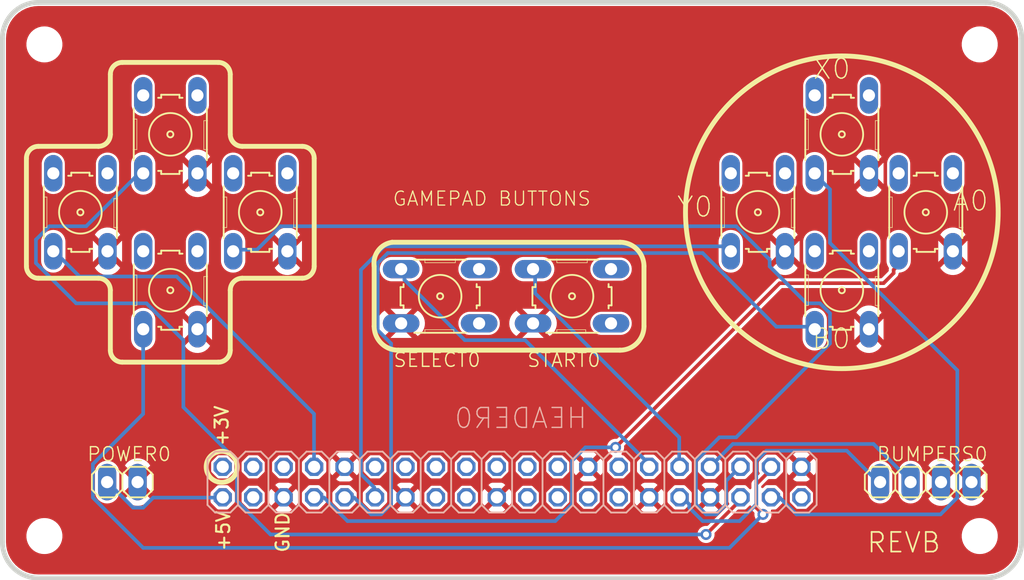
<source format=kicad_pcb>
(kicad_pcb (version 20221018) (generator pcbnew)
  (layers (0 "F.Cu" signal) (31 "B.Cu" signal) (34 "B.Paste" user) (35 "F.Paste" user) (36 "B.SilkS" user "B.Silkscreen") (37 "F.SilkS" user "F.Silkscreen") (38 "B.Mask" user) (39 "F.Mask" user) (44 "Edge.Cuts" user))
  (net 0 "")
  (net 1 "N$1")
  (net 2 "N$3")
  (net 3 "N$10")
  (net 4 "GND")
  (net 5 "N$9")
  (net 6 "+5V")
  (net 7 "N$12")
  (net 8 "N$13")
  (net 9 "N$2")
  (net 10 "N$4")
  (net 11 "N$5")
  (net 12 "N$6")
  (net 13 "N$7")
  (net 14 "N$8")
  (footprint "" (layer "F.Cu") (at 187.5011 125.5036)
    (fp_text reference "@HOLE2" hide)
    (fp_text value "" (at 0 0) (layer "F.SilkS") (effects (font (size 1.27 1.27))))
    (pad "" np_thru_hole circle (at 0 0) (size 2.5 2.5) (drill 2.5) (layers "*.Cu" "*.Mask"))
  )
  (footprint "working:B3F-10XX" (layer "F.Cu") (at 112.5011 98.5036 90)
    (fp_text reference "LEFT0" hide)
    (fp_text value "")
    (pad "1" thru_hole oval (at -3.2512 -2.2606 90) (size 3.048 1.524) (drill 1.016) (layers "*.Cu" "*.Mask") (net 1 "N$1"))
    (pad "2" thru_hole oval (at 3.2512 -2.2606 90) (size 3.048 1.524) (drill 1.016) (layers "*.Cu" "*.Mask"))
    (pad "3" thru_hole oval (at -3.2512 2.2606 90) (size 3.048 1.524) (drill 1.016) (layers "*.Cu" "*.Mask") (net 4 "GND"))
    (pad "4" thru_hole oval (at 3.2512 2.2606 90) (size 3.048 1.524) (drill 1.016) (layers "*.Cu" "*.Mask"))
  )
  (footprint "working:B3F-10XX" (layer "F.Cu") (at 153.5011 105.5036)
    (fp_text reference "START0" (at 2.452 5.317) (layer "F.SilkS") (effects (font (size 1.1557 1.1557) (thickness 0.1143)) (justify right)))
    (fp_text value "")
    (pad "1" thru_hole oval (at -3.2512 -2.2606) (size 3.048 1.524) (drill 1.016) (layers "*.Cu" "*.Mask") (net 3 "N$10"))
    (pad "2" thru_hole oval (at 3.2512 -2.2606) (size 3.048 1.524) (drill 1.016) (layers "*.Cu" "*.Mask"))
    (pad "3" thru_hole oval (at -3.2512 2.2606) (size 3.048 1.524) (drill 1.016) (layers "*.Cu" "*.Mask") (net 4 "GND"))
    (pad "4" thru_hole oval (at 3.2512 2.2606) (size 3.048 1.524) (drill 1.016) (layers "*.Cu" "*.Mask"))
  )
  (footprint "working:B3F-10XX" (layer "F.Cu") (at 142.5011 105.5036)
    (fp_text reference "SELECT0" (at 3.452 5.317) (layer "F.SilkS") (effects (font (size 1.1557 1.1557) (thickness 0.1143)) (justify right)))
    (fp_text value "")
    (pad "1" thru_hole oval (at -3.2512 -2.2606) (size 3.048 1.524) (drill 1.016) (layers "*.Cu" "*.Mask") (net 5 "N$9"))
    (pad "2" thru_hole oval (at 3.2512 -2.2606) (size 3.048 1.524) (drill 1.016) (layers "*.Cu" "*.Mask"))
    (pad "3" thru_hole oval (at -3.2512 2.2606) (size 3.048 1.524) (drill 1.016) (layers "*.Cu" "*.Mask") (net 4 "GND"))
    (pad "4" thru_hole oval (at 3.2512 2.2606) (size 3.048 1.524) (drill 1.016) (layers "*.Cu" "*.Mask"))
  )
  (footprint "working:1X04" (layer "F.Cu") (at 183.0011 121.0036)
    (fp_text reference "BUMPERS0" (at -4.1562 -2.3288) (layer "F.SilkS") (effects (font (size 1.1557 1.1557) (thickness 0.1143)) (justify left)))
    (fp_text value "")
    (pad "1" thru_hole oval (at -3.81 0 90) (size 3.048 1.524) (drill 1.016) (layers "*.Cu" "*.Mask") (net 7 "N$12"))
    (pad "2" thru_hole oval (at -1.27 0 90) (size 3.048 1.524) (drill 1.016) (layers "*.Cu" "*.Mask") (net 8 "N$13"))
    (pad "3" thru_hole oval (at 1.27 0 90) (size 3.048 1.524) (drill 1.016) (layers "*.Cu" "*.Mask") (net 4 "GND"))
    (pad "4" thru_hole oval (at 3.81 0 90) (size 3.048 1.524) (drill 1.016) (layers "*.Cu" "*.Mask") (net 4 "GND"))
  )
  (footprint "working:B3F-10XX" (layer "F.Cu") (at 120.0011 105.0036 90)
    (fp_text reference "DOWN0" hide)
    (fp_text value "")
    (pad "1" thru_hole oval (at -3.2512 -2.2606 90) (size 3.048 1.524) (drill 1.016) (layers "*.Cu" "*.Mask") (net 11 "N$5"))
    (pad "2" thru_hole oval (at 3.2512 -2.2606 90) (size 3.048 1.524) (drill 1.016) (layers "*.Cu" "*.Mask"))
    (pad "3" thru_hole oval (at -3.2512 2.2606 90) (size 3.048 1.524) (drill 1.016) (layers "*.Cu" "*.Mask") (net 4 "GND"))
    (pad "4" thru_hole oval (at 3.2512 2.2606 90) (size 3.048 1.524) (drill 1.016) (layers "*.Cu" "*.Mask"))
  )
  (footprint "" (layer "F.Cu") (at 109.5011 84.5036)
    (fp_text reference "@HOLE0" hide)
    (fp_text value "" (at 0 0) (layer "F.SilkS") (effects (font (size 1.27 1.27))))
    (pad "" np_thru_hole circle (at 0 0) (size 2.5 2.5) (drill 2.5) (layers "*.Cu" "*.Mask"))
  )
  (footprint "working:B3F-10XX" (layer "F.Cu") (at 176.0011 105.0036 90)
    (fp_text reference "B0" (at -4.048 0.817) (layer "F.SilkS") (effects (font (size 1.6637 1.6637) (thickness 0.1143)) (justify right)))
    (fp_text value "")
    (pad "1" thru_hole oval (at -3.2512 -2.2606 90) (size 3.048 1.524) (drill 1.016) (layers "*.Cu" "*.Mask") (net 14 "N$8"))
    (pad "2" thru_hole oval (at 3.2512 -2.2606 90) (size 3.048 1.524) (drill 1.016) (layers "*.Cu" "*.Mask"))
    (pad "3" thru_hole oval (at -3.2512 2.2606 90) (size 3.048 1.524) (drill 1.016) (layers "*.Cu" "*.Mask") (net 4 "GND"))
    (pad "4" thru_hole oval (at 3.2512 2.2606 90) (size 3.048 1.524) (drill 1.016) (layers "*.Cu" "*.Mask"))
  )
  (footprint "" (layer "F.Cu") (at 109.5011 125.5036)
    (fp_text reference "@HOLE1" hide)
    (fp_text value "" (at 0 0) (layer "F.SilkS") (effects (font (size 1.27 1.27))))
    (pad "" np_thru_hole circle (at 0 0) (size 2.5 2.5) (drill 2.5) (layers "*.Cu" "*.Mask"))
  )
  (footprint "working:B3F-10XX" (layer "F.Cu") (at 183.0011 98.5036 90)
    (fp_text reference "A0" (at 0.952 5.317) (layer "F.SilkS") (effects (font (size 1.6637 1.6637) (thickness 0.1143)) (justify right)))
    (fp_text value "")
    (pad "1" thru_hole oval (at -3.2512 -2.2606 90) (size 3.048 1.524) (drill 1.016) (layers "*.Cu" "*.Mask") (net 13 "N$7"))
    (pad "2" thru_hole oval (at 3.2512 -2.2606 90) (size 3.048 1.524) (drill 1.016) (layers "*.Cu" "*.Mask"))
    (pad "3" thru_hole oval (at -3.2512 2.2606 90) (size 3.048 1.524) (drill 1.016) (layers "*.Cu" "*.Mask") (net 4 "GND"))
    (pad "4" thru_hole oval (at 3.2512 2.2606 90) (size 3.048 1.524) (drill 1.016) (layers "*.Cu" "*.Mask"))
  )
  (footprint "working:B3F-10XX" (layer "F.Cu") (at 127.5011 98.5036 90)
    (fp_text reference "RIGHT0" hide)
    (fp_text value "")
    (pad "1" thru_hole oval (at -3.2512 -2.2606 90) (size 3.048 1.524) (drill 1.016) (layers "*.Cu" "*.Mask") (net 10 "N$4"))
    (pad "2" thru_hole oval (at 3.2512 -2.2606 90) (size 3.048 1.524) (drill 1.016) (layers "*.Cu" "*.Mask"))
    (pad "3" thru_hole oval (at -3.2512 2.2606 90) (size 3.048 1.524) (drill 1.016) (layers "*.Cu" "*.Mask") (net 4 "GND"))
    (pad "4" thru_hole oval (at 3.2512 2.2606 90) (size 3.048 1.524) (drill 1.016) (layers "*.Cu" "*.Mask"))
  )
  (footprint "working:B3F-10XX" (layer "F.Cu") (at 169.0011 98.5036 90)
    (fp_text reference "Y0" (at 0.452 -3.683) (layer "F.SilkS") (effects (font (size 1.6637 1.6637) (thickness 0.1143)) (justify right)))
    (fp_text value "")
    (pad "1" thru_hole oval (at -3.2512 -2.2606 90) (size 3.048 1.524) (drill 1.016) (layers "*.Cu" "*.Mask") (net 2 "N$3"))
    (pad "2" thru_hole oval (at 3.2512 -2.2606 90) (size 3.048 1.524) (drill 1.016) (layers "*.Cu" "*.Mask"))
    (pad "3" thru_hole oval (at -3.2512 2.2606 90) (size 3.048 1.524) (drill 1.016) (layers "*.Cu" "*.Mask") (net 4 "GND"))
    (pad "4" thru_hole oval (at 3.2512 2.2606 90) (size 3.048 1.524) (drill 1.016) (layers "*.Cu" "*.Mask"))
  )
  (footprint "working:B3F-10XX" (layer "F.Cu") (at 176.0011 92.0036 90)
    (fp_text reference "X0" (at 5.452 0.817) (layer "F.SilkS") (effects (font (size 1.6637 1.6637) (thickness 0.1143)) (justify right)))
    (fp_text value "")
    (pad "1" thru_hole oval (at -3.2512 -2.2606 90) (size 3.048 1.524) (drill 1.016) (layers "*.Cu" "*.Mask") (net 12 "N$6"))
    (pad "2" thru_hole oval (at 3.2512 -2.2606 90) (size 3.048 1.524) (drill 1.016) (layers "*.Cu" "*.Mask"))
    (pad "3" thru_hole oval (at -3.2512 2.2606 90) (size 3.048 1.524) (drill 1.016) (layers "*.Cu" "*.Mask") (net 4 "GND"))
    (pad "4" thru_hole oval (at 3.2512 2.2606 90) (size 3.048 1.524) (drill 1.016) (layers "*.Cu" "*.Mask"))
  )
  (footprint "" (layer "F.Cu") (at 187.5011 84.5036)
    (fp_text reference "@HOLE3" hide)
    (fp_text value "" (at 0 0) (layer "F.SilkS") (effects (font (size 1.27 1.27))))
    (pad "" np_thru_hole circle (at 0 0) (size 2.5 2.5) (drill 2.5) (layers "*.Cu" "*.Mask"))
  )
  (footprint "working:1X02" (layer "F.Cu") (at 116.0011 121.0036)
    (fp_text reference "POWER0" (at -3.0066 -2.3288) (layer "F.SilkS") (effects (font (size 1.1557 1.1557) (thickness 0.1143)) (justify left)))
    (fp_text value "5V GND")
    (pad "1" thru_hole oval (at -1.27 0 90) (size 3.048 1.524) (drill 1.016) (layers "*.Cu" "*.Mask") (net 6 "+5V"))
    (pad "2" thru_hole oval (at 1.27 0 90) (size 3.048 1.524) (drill 1.016) (layers "*.Cu" "*.Mask") (net 4 "GND"))
  )
  (footprint "working:B3F-10XX" (layer "F.Cu") (at 120.0011 92.0036 90)
    (fp_text reference "UP0" hide)
    (fp_text value "")
    (pad "1" thru_hole oval (at -3.2512 -2.2606 90) (size 3.048 1.524) (drill 1.016) (layers "*.Cu" "*.Mask") (net 9 "N$2"))
    (pad "2" thru_hole oval (at 3.2512 -2.2606 90) (size 3.048 1.524) (drill 1.016) (layers "*.Cu" "*.Mask"))
    (pad "3" thru_hole oval (at -3.2512 2.2606 90) (size 3.048 1.524) (drill 1.016) (layers "*.Cu" "*.Mask") (net 4 "GND"))
    (pad "4" thru_hole oval (at 3.2512 2.2606 90) (size 3.048 1.524) (drill 1.016) (layers "*.Cu" "*.Mask"))
  )
  (footprint "working:2X20" (layer "B.Cu") (at 148.5011 121.0036)
    (fp_text reference "HEADER0" (at -4.9 -5.325) (layer "B.SilkS") (effects (font (size 1.6637 1.6637) (thickness 0.1143)) (justify right mirror)))
    (fp_text value "")
    (pad "1" thru_hole roundrect (at -24.13 -1.27) (size 1.524 1.524) (drill 1.016) (layers "*.Cu" "*.Mask") (chamfer_ratio 0.2928932188) (chamfer top_left top_right bottom_left bottom_right))
    (pad "2" thru_hole roundrect (at -24.13 1.27) (size 1.524 1.524) (drill 1.016) (layers "*.Cu" "*.Mask") (chamfer_ratio 0.2928932188) (chamfer top_left top_right bottom_left bottom_right) (net 6 "+5V"))
    (pad "3" thru_hole roundrect (at -21.59 -1.27) (size 1.524 1.524) (drill 1.016) (layers "*.Cu" "*.Mask") (chamfer_ratio 0.2928932188) (chamfer top_left top_right bottom_left bottom_right))
    (pad "4" thru_hole roundrect (at -21.59 1.27) (size 1.524 1.524) (drill 1.016) (layers "*.Cu" "*.Mask") (chamfer_ratio 0.2928932188) (chamfer top_left top_right bottom_left bottom_right))
    (pad "5" thru_hole roundrect (at -19.05 -1.27) (size 1.524 1.524) (drill 1.016) (layers "*.Cu" "*.Mask") (chamfer_ratio 0.2928932188) (chamfer top_left top_right bottom_left bottom_right))
    (pad "6" thru_hole roundrect (at -19.05 1.27) (size 1.524 1.524) (drill 1.016) (layers "*.Cu" "*.Mask") (chamfer_ratio 0.2928932188) (chamfer top_left top_right bottom_left bottom_right) (net 4 "GND"))
    (pad "7" thru_hole roundrect (at -16.51 -1.27) (size 1.524 1.524) (drill 1.016) (layers "*.Cu" "*.Mask") (chamfer_ratio 0.2928932188) (chamfer top_left top_right bottom_left bottom_right) (net 1 "N$1"))
    (pad "8" thru_hole roundrect (at -16.51 1.27) (size 1.524 1.524) (drill 1.016) (layers "*.Cu" "*.Mask") (chamfer_ratio 0.2928932188) (chamfer top_left top_right bottom_left bottom_right) (net 13 "N$7"))
    (pad "9" thru_hole roundrect (at -13.97 -1.27) (size 1.524 1.524) (drill 1.016) (layers "*.Cu" "*.Mask") (chamfer_ratio 0.2928932188) (chamfer top_left top_right bottom_left bottom_right) (net 4 "GND"))
    (pad "10" thru_hole roundrect (at -13.97 1.27) (size 1.524 1.524) (drill 1.016) (layers "*.Cu" "*.Mask") (chamfer_ratio 0.2928932188) (chamfer top_left top_right bottom_left bottom_right) (net 14 "N$8"))
    (pad "11" thru_hole roundrect (at -11.43 -1.27) (size 1.524 1.524) (drill 1.016) (layers "*.Cu" "*.Mask") (chamfer_ratio 0.2928932188) (chamfer top_left top_right bottom_left bottom_right))
    (pad "12" thru_hole roundrect (at -11.43 1.27) (size 1.524 1.524) (drill 1.016) (layers "*.Cu" "*.Mask") (chamfer_ratio 0.2928932188) (chamfer top_left top_right bottom_left bottom_right) (net 2 "N$3"))
    (pad "13" thru_hole roundrect (at -8.89 -1.27) (size 1.524 1.524) (drill 1.016) (layers "*.Cu" "*.Mask") (chamfer_ratio 0.2928932188) (chamfer top_left top_right bottom_left bottom_right))
    (pad "14" thru_hole roundrect (at -8.89 1.27) (size 1.524 1.524) (drill 1.016) (layers "*.Cu" "*.Mask") (chamfer_ratio 0.2928932188) (chamfer top_left top_right bottom_left bottom_right) (net 4 "GND"))
    (pad "15" thru_hole roundrect (at -6.35 -1.27) (size 1.524 1.524) (drill 1.016) (layers "*.Cu" "*.Mask") (chamfer_ratio 0.2928932188) (chamfer top_left top_right bottom_left bottom_right))
    (pad "16" thru_hole roundrect (at -6.35 1.27) (size 1.524 1.524) (drill 1.016) (layers "*.Cu" "*.Mask") (chamfer_ratio 0.2928932188) (chamfer top_left top_right bottom_left bottom_right))
    (pad "17" thru_hole roundrect (at -3.81 -1.27) (size 1.524 1.524) (drill 1.016) (layers "*.Cu" "*.Mask") (chamfer_ratio 0.2928932188) (chamfer top_left top_right bottom_left bottom_right))
    (pad "18" thru_hole roundrect (at -3.81 1.27) (size 1.524 1.524) (drill 1.016) (layers "*.Cu" "*.Mask") (chamfer_ratio 0.2928932188) (chamfer top_left top_right bottom_left bottom_right))
    (pad "19" thru_hole roundrect (at -1.27 -1.27) (size 1.524 1.524) (drill 1.016) (layers "*.Cu" "*.Mask") (chamfer_ratio 0.2928932188) (chamfer top_left top_right bottom_left bottom_right))
    (pad "20" thru_hole roundrect (at -1.27 1.27) (size 1.524 1.524) (drill 1.016) (layers "*.Cu" "*.Mask") (chamfer_ratio 0.2928932188) (chamfer top_left top_right bottom_left bottom_right) (net 4 "GND"))
    (pad "21" thru_hole roundrect (at 1.27 -1.27) (size 1.524 1.524) (drill 1.016) (layers "*.Cu" "*.Mask") (chamfer_ratio 0.2928932188) (chamfer top_left top_right bottom_left bottom_right))
    (pad "22" thru_hole roundrect (at 1.27 1.27) (size 1.524 1.524) (drill 1.016) (layers "*.Cu" "*.Mask") (chamfer_ratio 0.2928932188) (chamfer top_left top_right bottom_left bottom_right))
    (pad "23" thru_hole roundrect (at 3.81 -1.27) (size 1.524 1.524) (drill 1.016) (layers "*.Cu" "*.Mask") (chamfer_ratio 0.2928932188) (chamfer top_left top_right bottom_left bottom_right))
    (pad "24" thru_hole roundrect (at 3.81 1.27) (size 1.524 1.524) (drill 1.016) (layers "*.Cu" "*.Mask") (chamfer_ratio 0.2928932188) (chamfer top_left top_right bottom_left bottom_right))
    (pad "25" thru_hole roundrect (at 6.35 -1.27) (size 1.524 1.524) (drill 1.016) (layers "*.Cu" "*.Mask") (chamfer_ratio 0.2928932188) (chamfer top_left top_right bottom_left bottom_right) (net 4 "GND"))
    (pad "26" thru_hole roundrect (at 6.35 1.27) (size 1.524 1.524) (drill 1.016) (layers "*.Cu" "*.Mask") (chamfer_ratio 0.2928932188) (chamfer top_left top_right bottom_left bottom_right))
    (pad "27" thru_hole roundrect (at 8.89 -1.27) (size 1.524 1.524) (drill 1.016) (layers "*.Cu" "*.Mask") (chamfer_ratio 0.2928932188) (chamfer top_left top_right bottom_left bottom_right))
    (pad "28" thru_hole roundrect (at 8.89 1.27) (size 1.524 1.524) (drill 1.016) (layers "*.Cu" "*.Mask") (chamfer_ratio 0.2928932188) (chamfer top_left top_right bottom_left bottom_right))
    (pad "29" thru_hole roundrect (at 11.43 -1.27) (size 1.524 1.524) (drill 1.016) (layers "*.Cu" "*.Mask") (chamfer_ratio 0.2928932188) (chamfer top_left top_right bottom_left bottom_right) (net 5 "N$9"))
    (pad "30" thru_hole roundrect (at 11.43 1.27) (size 1.524 1.524) (drill 1.016) (layers "*.Cu" "*.Mask") (chamfer_ratio 0.2928932188) (chamfer top_left top_right bottom_left bottom_right) (net 4 "GND"))
    (pad "31" thru_hole roundrect (at 13.97 -1.27) (size 1.524 1.524) (drill 1.016) (layers "*.Cu" "*.Mask") (chamfer_ratio 0.2928932188) (chamfer top_left top_right bottom_left bottom_right) (net 3 "N$10"))
    (pad "32" thru_hole roundrect (at 13.97 1.27) (size 1.524 1.524) (drill 1.016) (layers "*.Cu" "*.Mask") (chamfer_ratio 0.2928932188) (chamfer top_left top_right bottom_left bottom_right) (net 7 "N$12"))
    (pad "33" thru_hole roundrect (at 16.51 -1.27) (size 1.524 1.524) (drill 1.016) (layers "*.Cu" "*.Mask") (chamfer_ratio 0.2928932188) (chamfer top_left top_right bottom_left bottom_right) (net 8 "N$13"))
    (pad "34" thru_hole roundrect (at 16.51 1.27) (size 1.524 1.524) (drill 1.016) (layers "*.Cu" "*.Mask") (chamfer_ratio 0.2928932188) (chamfer top_left top_right bottom_left bottom_right) (net 4 "GND"))
    (pad "35" thru_hole roundrect (at 19.05 -1.27) (size 1.524 1.524) (drill 1.016) (layers "*.Cu" "*.Mask") (chamfer_ratio 0.2928932188) (chamfer top_left top_right bottom_left bottom_right) (net 10 "N$4"))
    (pad "36" thru_hole roundrect (at 19.05 1.27) (size 1.524 1.524) (drill 1.016) (layers "*.Cu" "*.Mask") (chamfer_ratio 0.2928932188) (chamfer top_left top_right bottom_left bottom_right) (net 9 "N$2"))
    (pad "37" thru_hole roundrect (at 21.59 -1.27) (size 1.524 1.524) (drill 1.016) (layers "*.Cu" "*.Mask") (chamfer_ratio 0.2928932188) (chamfer top_left top_right bottom_left bottom_right) (net 11 "N$5"))
    (pad "38" thru_hole roundrect (at 21.59 1.27) (size 1.524 1.524) (drill 1.016) (layers "*.Cu" "*.Mask") (chamfer_ratio 0.2928932188) (chamfer top_left top_right bottom_left bottom_right) (net 12 "N$6"))
    (pad "39" thru_hole roundrect (at 24.13 -1.27) (size 1.524 1.524) (drill 1.016) (layers "*.Cu" "*.Mask") (chamfer_ratio 0.2928932188) (chamfer top_left top_right bottom_left bottom_right) (net 4 "GND"))
    (pad "40" thru_hole roundrect (at 24.13 1.27) (size 1.524 1.524) (drill 1.016) (layers "*.Cu" "*.Mask") (chamfer_ratio 0.2928932188) (chamfer top_left top_right bottom_left bottom_right))
  )
  (gr_arc (start 109.0011 104.0036) (mid 108.293993 103.710707) (end 108.0011 103.0036) (stroke (width 0.4064)) (layer "F.SilkS"))
  (gr_circle (center 124.2891 119.7326) (end 125.58425 119.7326) (stroke (width 0.4064)) (fill none) (layer "F.SilkS"))
  (gr_arc (start 126.0011 93.0036) (mid 125.293993 92.710707) (end 125.0011 92.0036) (stroke (width 0.4064)) (layer "F.SilkS"))
  (gr_arc (start 137.0011 103.0036) (mid 137.336886 101.69294) (end 138.5011 101.0036) (stroke (width 0.4064)) (layer "F.SilkS"))
  (gr_line (start 114.0011 93.0036) (end 109.0011 93.0036) (stroke (width 0.4064)) (layer "F.SilkS"))
  (gr_arc (start 132.0011 103.0036) (mid 131.708207 103.710707) (end 131.0011 104.0036) (stroke (width 0.4064)) (layer "F.SilkS"))
  (gr_arc (start 125.0011 110.0036) (mid 124.708207 110.710707) (end 124.0011 111.0036) (stroke (width 0.4064)) (layer "F.SilkS"))
  (gr_line (start 126.0011 93.0036) (end 131.0011 93.0036) (stroke (width 0.4064)) (layer "F.SilkS"))
  (gr_circle (center 176.0011 98.5036) (end 189.039503 98.5036) (stroke (width 0.4064)) (fill none) (layer "F.SilkS"))
  (gr_arc (start 108.0011 94.0036) (mid 108.293993 93.296493) (end 109.0011 93.0036) (stroke (width 0.4064)) (layer "F.SilkS"))
  (gr_arc (start 124.0011 86.0036) (mid 124.708207 86.296493) (end 125.0011 87.0036) (stroke (width 0.4064)) (layer "F.SilkS"))
  (gr_line (start 132.0011 94.0036) (end 132.0011 103.0036) (stroke (width 0.4064)) (layer "F.SilkS"))
  (gr_arc (start 116.0011 111.0036) (mid 115.293993 110.710707) (end 115.0011 110.0036) (stroke (width 0.4064)) (layer "F.SilkS"))
  (gr_arc (start 157.5011 101.0036) (mid 158.915314 101.589386) (end 159.5011 103.0036) (stroke (width 0.4064)) (layer "F.SilkS"))
  (gr_line (start 131.0011 104.0036) (end 126.0011 104.0036) (stroke (width 0.4064)) (layer "F.SilkS"))
  (gr_line (start 157.5011 110.0036) (end 139.0011 110.0036) (stroke (width 0.4064)) (layer "F.SilkS"))
  (gr_line (start 137.0011 108.0036) (end 137.0011 103.0036) (stroke (width 0.4064)) (layer "F.SilkS"))
  (gr_line (start 138.5011 101.0036) (end 157.5011 101.0036) (stroke (width 0.4064)) (layer "F.SilkS"))
  (gr_line (start 115.0011 87.0036) (end 115.0011 92.0036) (stroke (width 0.4064)) (layer "F.SilkS"))
  (gr_arc (start 115.0011 92.0036) (mid 114.708207 92.710707) (end 114.0011 93.0036) (stroke (width 0.4064)) (layer "F.SilkS"))
  (gr_line (start 159.5011 103.0036) (end 159.5011 108.0036) (stroke (width 0.4064)) (layer "F.SilkS"))
  (gr_line (start 109.0011 104.0036) (end 114.0011 104.0036) (stroke (width 0.4064)) (layer "F.SilkS"))
  (gr_line (start 125.0011 105.0036) (end 125.0011 110.0036) (stroke (width 0.4064)) (layer "F.SilkS"))
  (gr_arc (start 125.0011 105.0036) (mid 125.293993 104.296493) (end 126.0011 104.0036) (stroke (width 0.4064)) (layer "F.SilkS"))
  (gr_arc (start 114.0011 104.0036) (mid 114.708207 104.296493) (end 115.0011 105.0036) (stroke (width 0.4064)) (layer "F.SilkS"))
  (gr_arc (start 139.0011 110.0036) (mid 137.586886 109.417814) (end 137.0011 108.0036) (stroke (width 0.4064)) (layer "F.SilkS"))
  (gr_arc (start 115.0011 87.0036) (mid 115.293993 86.296493) (end 116.0011 86.0036) (stroke (width 0.4064)) (layer "F.SilkS"))
  (gr_line (start 116.0011 86.0036) (end 124.0011 86.0036) (stroke (width 0.4064)) (layer "F.SilkS"))
  (gr_line (start 125.0011 87.0036) (end 125.0011 92.0036) (stroke (width 0.4064)) (layer "F.SilkS"))
  (gr_line (start 108.0011 94.0036) (end 108.0011 103.0036) (stroke (width 0.4064)) (layer "F.SilkS"))
  (gr_arc (start 131.0011 93.0036) (mid 131.708207 93.296493) (end 132.0011 94.0036) (stroke (width 0.4064)) (layer "F.SilkS"))
  (gr_line (start 116.0011 111.0036) (end 124.0011 111.0036) (stroke (width 0.4064)) (layer "F.SilkS"))
  (gr_line (start 115.0011 105.0036) (end 115.0011 110.0036) (stroke (width 0.4064)) (layer "F.SilkS"))
  (gr_arc (start 159.5011 108.0036) (mid 158.915314 109.417814) (end 157.5011 110.0036) (stroke (width 0.4064)) (layer "F.SilkS"))
  (gr_line (start 109.0011 81.0036) (end 188.0011 81.0036) (stroke (width 0.4064)) (layer "Edge.Cuts"))
  (gr_arc (start 188.0011 81.0036) (mid 190.12242 81.88228) (end 191.0011 84.0036) (stroke (width 0.4064)) (layer "Edge.Cuts"))
  (gr_arc (start 191.0011 126.0036) (mid 190.12242 128.12492) (end 188.0011 129.0036) (stroke (width 0.4064)) (layer "Edge.Cuts"))
  (gr_line (start 106.0011 126.0036) (end 106.0011 84.0036) (stroke (width 0.4064)) (layer "Edge.Cuts"))
  (gr_line (start 188.0011 129.0036) (end 109.0011 129.0036) (stroke (width 0.4064)) (layer "Edge.Cuts"))
  (gr_line (start 191.0011 84.0036) (end 191.0011 126.0036) (stroke (width 0.4064)) (layer "Edge.Cuts"))
  (gr_arc (start 109.0011 129.0036) (mid 106.87978 128.12492) (end 106.0011 126.0036) (stroke (width 0.4064)) (layer "Edge.Cuts"))
  (gr_arc (start 106.0011 84.0036) (mid 106.87978 81.88228) (end 109.0011 81.0036) (stroke (width 0.4064)) (layer "Edge.Cuts"))
  (gr_text "REVB" (at 178.0011 127.0036) (layer "F.SilkS") (effects (font (size 1.63576 1.63576) (thickness 0.14224)) (justify left bottom)))
  (gr_text "+5V" (at 124.4161 125.0666 90) (layer "F.SilkS") (effects (font (size 1.0922 1.0922) (thickness 0.1778))))
  (gr_text "+3V" (at 124.2891 116.3036 90) (layer "F.SilkS") (effects (font (size 1.0922 1.0922) (thickness 0.1778))))
  (gr_text "GAMEPAD BUTTONS" (at 138.4811 98.05) (layer "F.SilkS") (effects (font (size 1.1684 1.1684) (thickness 0.1016)) (justify left bottom)))
  (gr_text "GND" (at 129.3691 125.1936 90) (layer "F.SilkS") (effects (font (size 1.0922 1.0922) (thickness 0.1778))))
  (segment (start 112.4273 103.8576) (end 120.5299 103.8576) (width 0.3048) (layer "B.Cu") (net 1))
  (segment (start 120.5299 103.8576) (end 131.9853 115.313) (width 0.3048) (layer "B.Cu") (net 1))
  (segment (start 110.4715 101.9018) (end 110.2405 101.7548) (width 0.3048) (layer "B.Cu") (net 1))
  (segment (start 131.9853 119.504) (end 131.9911 119.7336) (width 0.3048) (layer "B.Cu") (net 1))
  (segment (start 131.9853 115.313) (end 131.9853 119.504) (width 0.3048) (layer "B.Cu") (net 1))
  (segment (start 110.4715 101.9018) (end 112.4273 103.8576) (width 0.3048) (layer "B.Cu") (net 1))
  (segment (start 135.8969 103.2988) (end 135.8969 120.3422) (width 0.3048) (layer "B.Cu") (net 2))
  (segment (start 137.0145 122.0186) (end 137.0711 122.2736) (width 0.3048) (layer "B.Cu") (net 2))
  (segment (start 137.0145 121.4598) (end 137.0145 122.0186) (width 0.3048) (layer "B.Cu") (net 2))
  (segment (start 166.6309 101.6224) (end 166.3515 101.343) (width 0.3048) (layer "B.Cu") (net 2))
  (segment (start 137.8527 101.343) (end 135.8969 103.2988) (width 0.3048) (layer "B.Cu") (net 2))
  (segment (start 135.8969 120.3422) (end 137.0145 121.4598) (width 0.3048) (layer "B.Cu") (net 2))
  (segment (start 166.3515 101.343) (end 137.8527 101.343) (width 0.3048) (layer "B.Cu") (net 2))
  (segment (start 166.6309 101.6224) (end 166.7405 101.7548) (width 0.3048) (layer "B.Cu") (net 2))
  (segment (start 162.4399 117.2688) (end 150.4257 105.2546) (width 0.3048) (layer "B.Cu") (net 3))
  (segment (start 162.4399 119.504) (end 162.4711 119.7336) (width 0.3048) (layer "B.Cu") (net 3))
  (segment (start 150.4257 105.2546) (end 150.4257 103.2988) (width 0.3048) (layer "B.Cu") (net 3))
  (segment (start 162.4399 119.504) (end 162.4399 117.2688) (width 0.3048) (layer "B.Cu") (net 3))
  (segment (start 150.4257 103.2988) (end 150.2499 103.243) (width 0.3048) (layer "B.Cu") (net 3))
  (segment (start 159.9253 119.504) (end 159.9311 119.7336) (width 0.3048) (layer "B.Cu") (net 5))
  (segment (start 139.5291 103.2988) (end 139.2499 103.243) (width 0.3048) (layer "B.Cu") (net 5))
  (segment (start 149.5875 109.1662) (end 159.9253 119.504) (width 0.3048) (layer "B.Cu") (net 5))
  (segment (start 139.5291 104.137) (end 144.5583 109.1662) (width 0.3048) (layer "B.Cu") (net 5))
  (segment (start 139.5291 103.2988) (end 139.5291 104.137) (width 0.3048) (layer "B.Cu") (net 5))
  (segment (start 144.5583 109.1662) (end 149.5875 109.1662) (width 0.3048) (layer "B.Cu") (net 5))
  (segment (start 114.9419 121.1804) (end 116.8977 123.1362) (width 0.3048) (layer "B.Cu") (net 6))
  (segment (start 116.8977 123.1362) (end 117.7359 123.1362) (width 0.3048) (layer "B.Cu") (net 6))
  (segment (start 124.1621 122.298) (end 124.3711 122.2736) (width 0.3048) (layer "B.Cu") (net 6))
  (segment (start 114.9419 121.1804) (end 114.7311 121.0036) (width 0.3048) (layer "B.Cu") (net 6))
  (segment (start 117.7359 123.1362) (end 118.5741 122.298) (width 0.3048) (layer "B.Cu") (net 6))
  (segment (start 118.5741 122.298) (end 124.1621 122.298) (width 0.3048) (layer "B.Cu") (net 6))
  (segment (start 163.2781 123.1362) (end 163.2781 122.8568) (width 0.3048) (layer "B.Cu") (net 7))
  (segment (start 167.4691 124.2538) (end 164.3957 124.2538) (width 0.3048) (layer "B.Cu") (net 7))
  (segment (start 163.2781 122.8568) (end 162.7193 122.298) (width 0.3048) (layer "B.Cu") (net 7))
  (segment (start 168.8661 119.2246) (end 168.8661 122.8568) (width 0.3048) (layer "B.Cu") (net 7))
  (segment (start 164.3957 124.2538) (end 163.2781 123.1362) (width 0.3048) (layer "B.Cu") (net 7))
  (segment (start 178.9245 120.901) (end 176.4099 118.3864) (width 0.3048) (layer "B.Cu") (net 7))
  (segment (start 176.4099 118.3864) (end 169.7043 118.3864) (width 0.3048) (layer "B.Cu") (net 7))
  (segment (start 169.7043 118.3864) (end 168.8661 119.2246) (width 0.3048) (layer "B.Cu") (net 7))
  (segment (start 168.8661 122.8568) (end 167.4691 124.2538) (width 0.3048) (layer "B.Cu") (net 7))
  (segment (start 178.9245 120.901) (end 179.1911 121.0036) (width 0.3048) (layer "B.Cu") (net 7))
  (segment (start 162.7193 122.298) (end 162.4711 122.2736) (width 0.3048) (layer "B.Cu") (net 7))
  (segment (start 165.2339 119.504) (end 165.0111 119.7336) (width 0.3048) (layer "B.Cu") (net 8))
  (segment (start 165.2339 119.504) (end 166.9103 117.8276) (width 0.3048) (layer "B.Cu") (net 8))
  (segment (start 181.7185 120.901) (end 181.7311 121.0036) (width 0.3048) (layer "B.Cu") (net 8))
  (segment (start 166.9103 117.8276) (end 178.6451 117.8276) (width 0.3048) (layer "B.Cu") (net 8))
  (segment (start 178.6451 117.8276) (end 181.7185 120.901) (width 0.3048) (layer "B.Cu") (net 8))
  (segment (start 167.7485 122.298) (end 167.5511 122.2736) (width 0.3048) (layer "F.Cu") (net 9))
  (segment (start 167.7485 122.298) (end 164.6751 125.3714) (width 0.3048) (layer "F.Cu") (net 9))
  (via (at 164.6751 125.3714) (size 0.9144) (drill 0.508) (layers "F.Cu" "B.Cu") (net 9))
  (segment (start 109.9127 99.6666) (end 112.9861 99.6666) (width 0.3048) (layer "B.Cu") (net 9))
  (segment (start 128.3531 125.3714) (end 125.5591 122.5774) (width 0.3048) (layer "B.Cu") (net 9))
  (segment (start 117.7359 95.4756) (end 117.7405 95.2548) (width 0.3048) (layer "B.Cu") (net 9))
  (segment (start 164.6751 125.3714) (end 128.3531 125.3714) (width 0.3048) (layer "B.Cu") (net 9))
  (segment (start 121.0887 109.1662) (end 118.0153 106.0928) (width 0.3048) (layer "B.Cu") (net 9))
  (segment (start 108.7951 100.7842) (end 109.9127 99.6666) (width 0.3048) (layer "B.Cu") (net 9))
  (segment (start 112.9861 99.6666) (end 117.1771 95.4756) (width 0.3048) (layer "B.Cu") (net 9))
  (segment (start 125.5591 122.5774) (end 125.5591 119.2246) (width 0.3048) (layer "B.Cu") (net 9))
  (segment (start 112.1479 106.0928) (end 108.7951 102.74) (width 0.3048) (layer "B.Cu") (net 9))
  (segment (start 118.0153 106.0928) (end 112.1479 106.0928) (width 0.3048) (layer "B.Cu") (net 9))
  (segment (start 117.1771 95.4756) (end 117.7359 95.4756) (width 0.3048) (layer "B.Cu") (net 9))
  (segment (start 121.0887 114.7542) (end 121.0887 109.1662) (width 0.3048) (layer "B.Cu") (net 9))
  (segment (start 125.5591 119.2246) (end 121.0887 114.7542) (width 0.3048) (layer "B.Cu") (net 9))
  (segment (start 108.7951 102.74) (end 108.7951 100.7842) (width 0.3048) (layer "B.Cu") (net 9))
  (segment (start 167.4691 119.7834) (end 166.3515 120.901) (width 0.3048) (layer "B.Cu") (net 10))
  (segment (start 174.1747 106.0928) (end 173.0571 106.0928) (width 0.3048) (layer "B.Cu") (net 10))
  (segment (start 167.4691 119.7834) (end 167.5511 119.7336) (width 0.3048) (layer "B.Cu") (net 10))
  (segment (start 125.2797 101.6224) (end 125.2405 101.7548) (width 0.3048) (layer "B.Cu") (net 10))
  (segment (start 166.3515 122.8568) (end 165.5133 123.695) (width 0.3048) (layer "B.Cu") (net 10))
  (segment (start 165.5133 123.695) (end 164.6751 123.695) (width 0.3048) (layer "B.Cu") (net 10))
  (segment (start 127.2355 101.6224) (end 125.2797 101.6224) (width 0.3048) (layer "B.Cu") (net 10))
  (segment (start 163.8369 122.8568) (end 163.8369 119.2246) (width 0.3048) (layer "B.Cu") (net 10))
  (segment (start 173.0571 106.0928) (end 169.9837 103.0194) (width 0.3048) (layer "B.Cu") (net 10))
  (segment (start 167.1897 99.6666) (end 129.1913 99.6666) (width 0.3048) (layer "B.Cu") (net 10))
  (segment (start 167.1897 117.2688) (end 175.0129 109.4456) (width 0.3048) (layer "B.Cu") (net 10))
  (segment (start 129.1913 99.6666) (end 127.2355 101.6224) (width 0.3048) (layer "B.Cu") (net 10))
  (segment (start 166.3515 120.901) (end 166.3515 122.8568) (width 0.3048) (layer "B.Cu") (net 10))
  (segment (start 175.0129 109.4456) (end 175.0129 106.931) (width 0.3048) (layer "B.Cu") (net 10))
  (segment (start 165.7927 117.2688) (end 167.1897 117.2688) (width 0.3048) (layer "B.Cu") (net 10))
  (segment (start 163.8369 119.2246) (end 165.7927 117.2688) (width 0.3048) (layer "B.Cu") (net 10))
  (segment (start 164.6751 123.695) (end 163.8369 122.8568) (width 0.3048) (layer "B.Cu") (net 10))
  (segment (start 175.0129 106.931) (end 174.1747 106.0928) (width 0.3048) (layer "B.Cu") (net 10))
  (segment (start 169.9837 103.0194) (end 169.9837 102.4606) (width 0.3048) (layer "B.Cu") (net 10))
  (segment (start 169.9837 102.4606) (end 167.1897 99.6666) (width 0.3048) (layer "B.Cu") (net 10))
  (segment (start 168.8661 123.1362) (end 169.4249 123.695) (width 0.3048) (layer "F.Cu") (net 11))
  (segment (start 170.2631 119.7834) (end 170.0911 119.7336) (width 0.3048) (layer "F.Cu") (net 11))
  (segment (start 170.2631 119.7834) (end 168.8661 121.1804) (width 0.3048) (layer "F.Cu") (net 11))
  (segment (start 168.8661 121.1804) (end 168.8661 123.1362) (width 0.3048) (layer "F.Cu") (net 11))
  (via (at 169.4249 123.695) (size 0.9144) (drill 0.508) (layers "F.Cu" "B.Cu") (net 11))
  (segment (start 113.5449 119.504) (end 117.7359 115.313) (width 0.3048) (layer "B.Cu") (net 11))
  (segment (start 117.7359 126.489) (end 113.5449 122.298) (width 0.3048) (layer "B.Cu") (net 11))
  (segment (start 169.4249 123.695) (end 166.6309 126.489) (width 0.3048) (layer "B.Cu") (net 11))
  (segment (start 166.6309 126.489) (end 117.7359 126.489) (width 0.3048) (layer "B.Cu") (net 11))
  (segment (start 117.7359 115.313) (end 117.7359 108.328) (width 0.3048) (layer "B.Cu") (net 11))
  (segment (start 117.7359 108.328) (end 117.7405 108.2548) (width 0.3048) (layer "B.Cu") (net 11))
  (segment (start 113.5449 122.298) (end 113.5449 119.504) (width 0.3048) (layer "B.Cu") (net 11))
  (segment (start 173.8953 95.4756) (end 173.7405 95.2548) (width 0.3048) (layer "B.Cu") (net 12))
  (segment (start 170.2631 122.298) (end 170.0911 122.2736) (width 0.3048) (layer "B.Cu") (net 12))
  (segment (start 175.0129 101.0636) (end 185.6301 111.6808) (width 0.3048) (layer "B.Cu") (net 12))
  (segment (start 175.0129 96.5932) (end 175.0129 101.0636) (width 0.3048) (layer "B.Cu") (net 12))
  (segment (start 170.8219 122.298) (end 170.2631 122.298) (width 0.3048) (layer "B.Cu") (net 12))
  (segment (start 184.2331 123.695) (end 172.2189 123.695) (width 0.3048) (layer "B.Cu") (net 12))
  (segment (start 172.2189 123.695) (end 170.8219 122.298) (width 0.3048) (layer "B.Cu") (net 12))
  (segment (start 173.8953 95.4756) (end 175.0129 96.5932) (width 0.3048) (layer "B.Cu") (net 12))
  (segment (start 185.6301 122.298) (end 184.2331 123.695) (width 0.3048) (layer "B.Cu") (net 12))
  (segment (start 185.6301 111.6808) (end 185.6301 122.298) (width 0.3048) (layer "B.Cu") (net 12))
  (segment (start 180.6009 103.0194) (end 180.3215 103.2988) (width 0.3048) (layer "F.Cu") (net 13))
  (segment (start 170.8219 104.4164) (end 157.1313 118.107) (width 0.3048) (layer "F.Cu") (net 13))
  (segment (start 180.6009 101.9018) (end 180.6009 103.0194) (width 0.3048) (layer "F.Cu") (net 13))
  (segment (start 180.6009 101.9018) (end 180.7405 101.7548) (width 0.3048) (layer "F.Cu") (net 13))
  (segment (start 180.3215 103.2988) (end 180.3215 103.5782) (width 0.3048) (layer "F.Cu") (net 13))
  (segment (start 180.3215 103.5782) (end 179.4833 104.4164) (width 0.3048) (layer "F.Cu") (net 13))
  (segment (start 179.4833 104.4164) (end 170.8219 104.4164) (width 0.3048) (layer "F.Cu") (net 13))
  (via (at 157.1313 118.107) (size 0.9144) (drill 0.508) (layers "F.Cu" "B.Cu") (net 13))
  (segment (start 153.4991 122.8568) (end 152.1021 124.2538) (width 0.3048) (layer "B.Cu") (net 13))
  (segment (start 132.8235 122.298) (end 132.2647 122.298) (width 0.3048) (layer "B.Cu") (net 13))
  (segment (start 157.1313 118.107) (end 154.6167 118.107) (width 0.3048) (layer "B.Cu") (net 13))
  (segment (start 152.1021 124.2538) (end 134.7793 124.2538) (width 0.3048) (layer "B.Cu") (net 13))
  (segment (start 134.7793 124.2538) (end 132.8235 122.298) (width 0.3048) (layer "B.Cu") (net 13))
  (segment (start 153.4991 119.2246) (end 153.4991 122.8568) (width 0.3048) (layer "B.Cu") (net 13))
  (segment (start 132.2647 122.298) (end 131.9911 122.2736) (width 0.3048) (layer "B.Cu") (net 13))
  (segment (start 154.6167 118.107) (end 153.4991 119.2246) (width 0.3048) (layer "B.Cu") (net 13))
  (segment (start 173.6159 108.0486) (end 170.5425 108.0486) (width 0.3048) (layer "B.Cu") (net 14))
  (segment (start 137.2939 108.328) (end 138.4115 109.4456) (width 0.3048) (layer "B.Cu") (net 14))
  (segment (start 137.2939 102.74) (end 137.2939 108.328) (width 0.3048) (layer "B.Cu") (net 14))
  (segment (start 135.3381 122.298) (end 134.7793 122.298) (width 0.3048) (layer "B.Cu") (net 14))
  (segment (start 136.7351 123.695) (end 135.3381 122.298) (width 0.3048) (layer "B.Cu") (net 14))
  (segment (start 138.4115 109.4456) (end 138.4115 122.8568) (width 0.3048) (layer "B.Cu") (net 14))
  (segment (start 170.5425 108.0486) (end 164.3957 101.9018) (width 0.3048) (layer "B.Cu") (net 14))
  (segment (start 164.3957 101.9018) (end 138.1321 101.9018) (width 0.3048) (layer "B.Cu") (net 14))
  (segment (start 134.7793 122.298) (end 134.5311 122.2736) (width 0.3048) (layer "B.Cu") (net 14))
  (segment (start 137.5733 123.695) (end 136.7351 123.695) (width 0.3048) (layer "B.Cu") (net 14))
  (segment (start 173.6159 108.0486) (end 173.7405 108.2548) (width 0.3048) (layer "B.Cu") (net 14))
  (segment (start 138.1321 101.9018) (end 137.2939 102.74) (width 0.3048) (layer "B.Cu") (net 14))
  (segment (start 138.4115 122.8568) (end 137.5733 123.695) (width 0.3048) (layer "B.Cu") (net 14))
  (zone (net 4) (net_name "GND") (layer "F.Cu") (priority 6) (connect_pads (clearance 0.000001)) (min_thickness 0.2032) (fill yes (thermal_gap 0.4564) (thermal_bridge_width 0.4564))
    (polygon (pts (xy 188.353995 81.323094) (xy 188.700853 81.392088) (xy 189.035737 81.505766) (xy 189.352918 81.662182) (xy 189.64697 81.858662) (xy 189.912859 82.091841) (xy 190.146038 82.35773) (xy 190.342518 82.651782) (xy 190.498934 82.968963) (xy 190.614764 83.310187) (xy 190.7043 83.990282) (xy 190.7043 126.010252) (xy 190.681606 126.356495) (xy 190.612612 126.703353) (xy 190.498934 127.038237) (xy 190.342518 127.355418) (xy 190.146038 127.64947) (xy 189.912859 127.915359) (xy 189.64697 128.148538) (xy 189.352918 128.345018) (xy 189.035737 128.501434) (xy 188.694513 128.617264) (xy 188.014418 128.7068) (xy 108.994448 128.7068) (xy 108.648205 128.684106) (xy 108.301347 128.615112) (xy 107.966463 128.501434) (xy 107.649282 128.345018) (xy 107.35523 128.148538) (xy 107.089341 127.915359) (xy 106.856162 127.64947) (xy 106.659682 127.355418) (xy 106.503266 127.038237) (xy 106.389588 126.703353) (xy 106.320594 126.356495) (xy 106.2979 126.010252) (xy 106.2979 83.996948) (xy 106.320594 83.650705) (xy 106.389588 83.303847) (xy 106.503266 82.968963) (xy 106.659682 82.651782) (xy 106.856162 82.35773) (xy 107.089341 82.091841) (xy 107.35523 81.858662) (xy 107.649282 81.662182) (xy 107.966463 81.505766) (xy 108.301347 81.392088) (xy 108.648205 81.323094) (xy 108.994448 81.3004) (xy 188.007752 81.3004)))
  )
)
</source>
